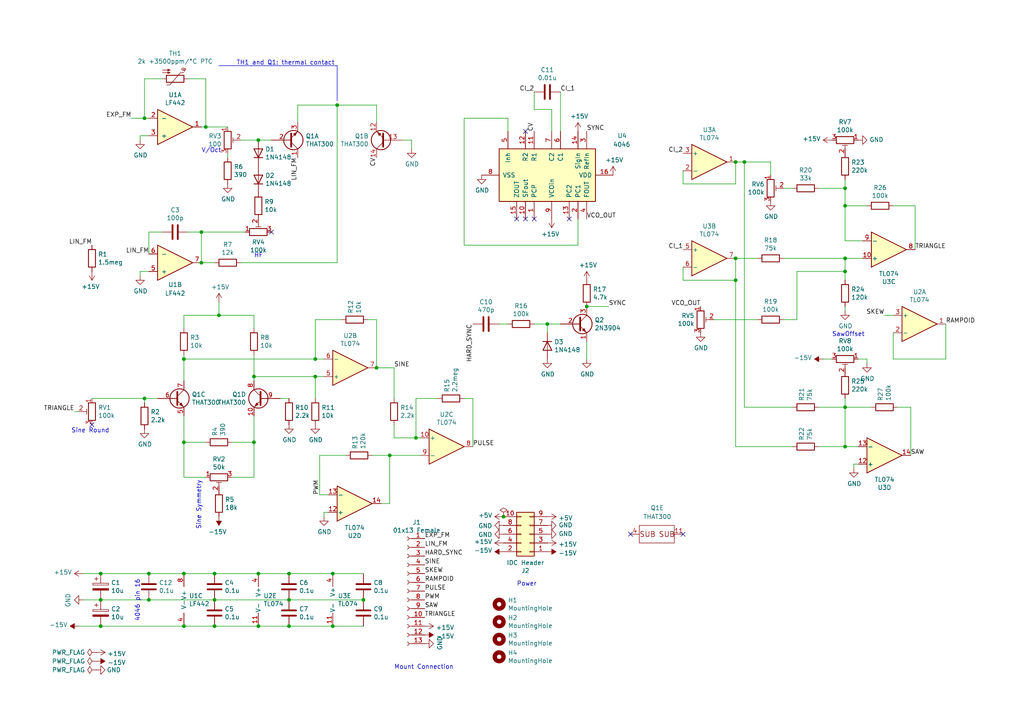
<source format=kicad_sch>
(kicad_sch (version 20230121) (generator eeschema)
  (paper "A4")
  (title_block (title "X4046") (date "2019-08-31") (rev "R01") (comment 1 "Original design by Thomas Henry") (comment 2 "Schema for main circuit") (comment 4 "License CC BY 4.0 - Attribution 4.0 International"))
  (lib_symbols
    (symbol "4xxx:4046" (pin_names (offset 1.016))
      (property "Reference" "U" (at -7.62 13.97 0))
      (property "Value" "4046" (at -7.62 -16.51 0))
      (symbol "4046_1_0"
        (pin output line (at 12.7 -5.08 180) (length 5.08) (name "PCP") (number "1"))
        (pin output line (at 12.7 -7.62 180) (length 5.08) (name "SFout") (number "10"))
        (pin input line (at -12.7 -5.08 0) (length 5.08) (name "R1") (number "11"))
        (pin input line (at -12.7 -7.62 0) (length 5.08) (name "R2") (number "12"))
        (pin tri_state line (at 12.7 5.08 180) (length 5.08) (name "PC2") (number "13"))
        (pin input line (at -12.7 7.62 0) (length 5.08) (name "SigIn") (number "14"))
        (pin output line (at 12.7 -10.16 180) (length 5.08) (name "ZOUT") (number "15"))
        (pin power_in line (at 0 17.78 270) (length 5.08) (name "VDD") (number "16"))
        (pin output line (at 12.7 7.62 180) (length 5.08) (name "PC1") (number "2"))
        (pin input line (at -12.7 10.16 0) (length 5.08) (name "RefIn") (number "3"))
        (pin output line (at 12.7 10.16 180) (length 5.08) (name "FOUT") (number "4"))
        (pin input line (at -12.7 -12.7 0) (length 5.08) (name "Inh") (number "5"))
        (pin input line (at -12.7 2.54 0) (length 5.08) (name "C1") (number "6"))
        (pin input line (at -12.7 0 0) (length 5.08) (name "C2") (number "7"))
        (pin power_in line (at 0 -20.32 90) (length 5.08) (name "VSS") (number "8"))
        (pin input line (at 12.7 0 180) (length 5.08) (name "VCOin") (number "9"))
      )
    )
    (symbol "Amplifier_Operational:TL074" (pin_names (offset 0.127))
      (property "Reference" "U" (at 0 5.08 0))
      (property "Value" "TL074" (at 0 -5.08 0))
      (symbol "TL074_1_1"
        (pin output line (at 7.62 0 180) (length 2.54) (name "~") (number "1"))
        (pin input line (at -7.62 -2.54 0) (length 2.54) (name "-") (number "2"))
        (pin input line (at -7.62 2.54 0) (length 2.54) (name "+") (number "3"))
      )
      (symbol "TL074_2_1"
        (pin input line (at -7.62 2.54 0) (length 2.54) (name "+") (number "5"))
        (pin input line (at -7.62 -2.54 0) (length 2.54) (name "-") (number "6"))
        (pin output line (at 7.62 0 180) (length 2.54) (name "~") (number "7"))
      )
      (symbol "TL074_3_1"
        (pin input line (at -7.62 2.54 0) (length 2.54) (name "+") (number "10"))
        (pin output line (at 7.62 0 180) (length 2.54) (name "~") (number "8"))
        (pin input line (at -7.62 -2.54 0) (length 2.54) (name "-") (number "9"))
      )
      (symbol "TL074_4_1"
        (pin input line (at -7.62 2.54 0) (length 2.54) (name "+") (number "12"))
        (pin input line (at -7.62 -2.54 0) (length 2.54) (name "-") (number "13"))
        (pin output line (at 7.62 0 180) (length 2.54) (name "~") (number "14"))
      )
      (symbol "TL074_5_1"
        (pin power_in line (at -2.54 -7.62 90) (length 3.81) (name "V-") (number "11"))
        (pin power_in line (at -2.54 7.62 270) (length 3.81) (name "V+") (number "4"))
      )
    )
    (symbol "Connector:Conn_01x13_Socket" (pin_names (offset 1.016) hide)
      (property "Reference" "J" (at 0 17.78 0))
      (property "Value" "Conn_01x13_Socket" (at 0 -17.78 0))
      (symbol "Conn_01x13_Socket_1_1"
        (pin passive line (at -5.08 15.24 0) (length 3.81) (name "Pin_1") (number "1"))
        (pin passive line (at -5.08 -7.62 0) (length 3.81) (name "Pin_10") (number "10"))
        (pin passive line (at -5.08 -10.16 0) (length 3.81) (name "Pin_11") (number "11"))
        (pin passive line (at -5.08 -12.7 0) (length 3.81) (name "Pin_12") (number "12"))
        (pin passive line (at -5.08 -15.24 0) (length 3.81) (name "Pin_13") (number "13"))
        (pin passive line (at -5.08 12.7 0) (length 3.81) (name "Pin_2") (number "2"))
        (pin passive line (at -5.08 10.16 0) (length 3.81) (name "Pin_3") (number "3"))
        (pin passive line (at -5.08 7.62 0) (length 3.81) (name "Pin_4") (number "4"))
        (pin passive line (at -5.08 5.08 0) (length 3.81) (name "Pin_5") (number "5"))
        (pin passive line (at -5.08 2.54 0) (length 3.81) (name "Pin_6") (number "6"))
        (pin passive line (at -5.08 0 0) (length 3.81) (name "Pin_7") (number "7"))
        (pin passive line (at -5.08 -2.54 0) (length 3.81) (name "Pin_8") (number "8"))
        (pin passive line (at -5.08 -5.08 0) (length 3.81) (name "Pin_9") (number "9"))
      )
    )
    (symbol "Connector_Generic:Conn_02x05_Odd_Even" (pin_names (offset 1.016) hide)
      (property "Reference" "J" (at 1.27 7.62 0))
      (property "Value" "Conn_02x05_Odd_Even" (at 1.27 -7.62 0))
      (symbol "Conn_02x05_Odd_Even_1_1"
        (pin passive line (at -5.08 5.08 0) (length 3.81) (name "Pin_1") (number "1"))
        (pin passive line (at 7.62 -5.08 180) (length 3.81) (name "Pin_10") (number "10"))
        (pin passive line (at 7.62 5.08 180) (length 3.81) (name "Pin_2") (number "2"))
        (pin passive line (at -5.08 2.54 0) (length 3.81) (name "Pin_3") (number "3"))
        (pin passive line (at 7.62 2.54 180) (length 3.81) (name "Pin_4") (number "4"))
        (pin passive line (at -5.08 0 0) (length 3.81) (name "Pin_5") (number "5"))
        (pin passive line (at 7.62 0 180) (length 3.81) (name "Pin_6") (number "6"))
        (pin passive line (at -5.08 -2.54 0) (length 3.81) (name "Pin_7") (number "7"))
        (pin passive line (at 7.62 -2.54 180) (length 3.81) (name "Pin_8") (number "8"))
        (pin passive line (at -5.08 -5.08 0) (length 3.81) (name "Pin_9") (number "9"))
      )
    )
    (symbol "Device:C" (pin_numbers hide) (pin_names (offset 0.254))
      (property "Reference" "C" (at 0.635 2.54 0))
      (property "Value" "C" (at 0.635 -2.54 0))
      (symbol "C_1_1"
        (pin passive line (at 0 3.81 270) (length 2.794) (name "~") (number "1"))
        (pin passive line (at 0 -3.81 90) (length 2.794) (name "~") (number "2"))
      )
    )
    (symbol "Device:C_Polarized" (pin_numbers hide) (pin_names (offset 0.254))
      (property "Reference" "C" (at 0.635 2.54 0))
      (property "Value" "C_Polarized" (at 0.635 -2.54 0))
      (symbol "C_Polarized_1_1"
        (pin passive line (at 0 3.81 270) (length 2.794) (name "~") (number "1"))
        (pin passive line (at 0 -3.81 90) (length 2.794) (name "~") (number "2"))
      )
    )
    (symbol "Device:D" (pin_numbers hide) (pin_names (offset 1.016) hide)
      (property "Reference" "D" (at 0 2.54 0))
      (property "Value" "D" (at 0 -2.54 0))
      (symbol "D_1_1"
        (pin passive line (at -3.81 0 0) (length 2.54) (name "K") (number "1"))
        (pin passive line (at 3.81 0 180) (length 2.54) (name "A") (number "2"))
      )
    )
    (symbol "Device:R" (pin_numbers hide) (pin_names (offset 0))
      (property "Reference" "R" (at 2.032 0 90))
      (property "Value" "R" (at 0 0 90))
      (symbol "R_1_1"
        (pin passive line (at 0 3.81 270) (length 1.27) (name "~") (number "1"))
        (pin passive line (at 0 -3.81 90) (length 1.27) (name "~") (number "2"))
      )
    )
    (symbol "Device:R_Potentiometer_Trim" (pin_names (offset 1.016) hide)
      (property "Reference" "RV" (at -4.445 0 90))
      (property "Value" "R_Potentiometer_Trim" (at -2.54 0 90))
      (symbol "R_Potentiometer_Trim_1_1"
        (pin passive line (at 0 3.81 270) (length 1.27) (name "1") (number "1"))
        (pin passive line (at 3.81 0 180) (length 1.27) (name "2") (number "2"))
        (pin passive line (at 0 -3.81 90) (length 1.27) (name "3") (number "3"))
      )
    )
    (symbol "Device:Thermistor_PTC" (pin_numbers hide) (pin_names (offset 0))
      (property "Reference" "TH" (at -4.064 0 90))
      (property "Value" "Thermistor_PTC" (at 3.048 0 90))
      (symbol "Thermistor_PTC_1_1"
        (pin passive line (at 0 3.81 270) (length 1.27) (name "~") (number "1"))
        (pin passive line (at 0 -3.81 90) (length 1.27) (name "~") (number "2"))
      )
    )
    (symbol "Mechanical:MountingHole" (pin_names (offset 1.016))
      (property "Reference" "H" (at 0 5.08 0))
      (property "Value" "MountingHole" (at 0 3.175 0))
    )
    (symbol "Transistor_BJT:2N3904" (pin_names (offset 0) hide)
      (property "Reference" "Q" (at 5.08 1.905 0))
      (property "Value" "2N3904" (at 5.08 0 0))
      (symbol "2N3904_1_1"
        (pin passive line (at 2.54 -5.08 90) (length 2.54) (name "E") (number "1"))
        (pin passive line (at -5.08 0 0) (length 5.715) (name "B") (number "2"))
        (pin passive line (at 2.54 5.08 270) (length 2.54) (name "C") (number "3"))
      )
    )
    (symbol "elektrophon:LF442" (pin_names (offset 1.016))
      (property "Reference" "U" (at 2.54 6.35 0))
      (property "Value" "LF442" (at 3.81 3.81 0))
      (symbol "LF442_1_1"
        (pin output line (at 8.89 0 180) (length 2.54) (name "~") (number "1"))
        (pin input line (at -6.35 -2.54 0) (length 2.54) (name "-") (number "2"))
        (pin input line (at -6.35 2.54 0) (length 2.54) (name "+") (number "3"))
      )
      (symbol "LF442_2_1"
        (pin input line (at -6.35 2.54 0) (length 2.54) (name "+") (number "5"))
        (pin input line (at -6.35 -2.54 0) (length 2.54) (name "-") (number "6"))
        (pin output line (at 8.89 0 180) (length 2.54) (name "~") (number "7"))
      )
      (symbol "LF442_3_1"
        (pin power_in line (at 0 -7.62 90) (length 3.81) (name "V-") (number "4"))
        (pin power_in line (at 0 7.62 270) (length 3.81) (name "V+") (number "8"))
      )
    )
    (symbol "elektrophon:THAT300" (pin_names (offset 0) hide)
      (property "Reference" "Q" (at 5.334 -5.08 0))
      (property "Value" "THAT300" (at 5.334 -6.858 0))
      (symbol "THAT300_1_1"
        (pin passive line (at 2.54 5.08 270) (length 2.54) (name "C") (number "1"))
        (pin input line (at -5.08 0 0) (length 5.715) (name "B") (number "2"))
        (pin passive line (at 2.54 -5.08 90) (length 2.54) (name "E") (number "3"))
      )
      (symbol "THAT300_2_1"
        (pin passive line (at 2.54 -5.08 90) (length 2.54) (name "E") (number "12"))
        (pin input line (at -5.08 0 0) (length 5.715) (name "B") (number "13"))
        (pin passive line (at 2.54 5.08 270) (length 2.54) (name "C") (number "14"))
      )
      (symbol "THAT300_3_1"
        (pin passive line (at 2.54 -5.08 90) (length 2.54) (name "E") (number "5"))
        (pin input line (at -5.08 0 0) (length 5.715) (name "B") (number "6"))
        (pin passive line (at 2.54 5.08 270) (length 2.54) (name "C") (number "7"))
      )
      (symbol "THAT300_4_1"
        (pin passive line (at 2.54 -5.08 90) (length 2.54) (name "E") (number "10"))
        (pin input line (at 2.54 5.08 270) (length 2.54) (name "~") (number "8"))
        (pin input line (at -5.08 0 0) (length 5.715) (name "B") (number "9"))
      )
      (symbol "THAT300_5_0"
        (text "SUB" (at -2.667 0 0) (effects (font (size 1.524 1.524))))
        (text "SUB" (at 2.921 0 0) (effects (font (size 1.524 1.524))))
      )
      (symbol "THAT300_5_1"
        (pin passive line (at 7.62 0 180) (length 2.54) (name "E") (number "11"))
        (pin input line (at -7.62 0 0) (length 2.54) (name "B") (number "4"))
      )
    )
    (symbol "power:+15V" (power) (pin_names (offset 0))
      (property "Value" "+15V" (at 0 3.556 0))
      (symbol "+15V_1_1"
        (pin power_in line (at 0 0 90) (length 0) hide (name "+15V") (number "1"))
      )
    )
    (symbol "power:+5V" (power) (pin_names (offset 0))
      (property "Value" "+5V" (at 0 3.556 0))
      (symbol "+5V_1_1"
        (pin power_in line (at 0 0 90) (length 0) hide (name "+5V") (number "1"))
      )
    )
    (symbol "power:-15V" (power) (pin_names (offset 0))
      (property "Value" "-15V" (at 0 3.81 0))
      (symbol "-15V_0_0"
        (pin power_in line (at 0 0 90) (length 0) hide (name "-15V") (number "1"))
      )
    )
    (symbol "power:GND" (power) (pin_names (offset 0))
      (property "Value" "GND" (at 0 -3.81 0))
      (symbol "GND_1_1"
        (pin power_in line (at 0 0 270) (length 0) hide (name "GND") (number "1"))
      )
    )
    (symbol "power:PWR_FLAG" (power) (pin_numbers hide) (pin_names (offset 0) hide)
      (property "Value" "PWR_FLAG" (at 0 3.81 0))
      (symbol "PWR_FLAG_0_0"
        (pin power_out line (at 0 0 90) (length 0) (name "pwr") (number "1"))
      )
    )
  )
  (junction (at 74.93 40.64))
  (junction (at 97.79 30.48))
  (junction (at 41.91 115.57))
  (junction (at 73.66 128.27))
  (junction (at 120.65 127))
  (junction (at 245.11 78.74))
  (junction (at 96.52 166.37))
  (junction (at 74.93 181.61))
  (junction (at 53.34 128.27))
  (junction (at 213.36 46.99))
  (junction (at 43.18 166.37))
  (junction (at 215.9 46.99))
  (junction (at 29.21 166.37))
  (junction (at 96.52 181.61))
  (junction (at 53.34 181.61))
  (junction (at 62.23 181.61))
  (junction (at 59.69 36.83))
  (junction (at 213.36 74.93))
  (junction (at 83.82 166.37))
  (junction (at 109.22 106.68))
  (junction (at 158.75 93.98))
  (junction (at 53.34 104.14))
  (junction (at 91.44 104.14))
  (junction (at 146.05 149.86))
  (junction (at 213.36 81.28))
  (junction (at 73.66 109.22))
  (junction (at 41.91 34.29))
  (junction (at 74.93 166.37))
  (junction (at 83.82 173.99))
  (junction (at 58.42 67.31))
  (junction (at 63.5 91.44))
  (junction (at 245.11 74.93))
  (junction (at 29.21 173.99))
  (junction (at 83.82 181.61))
  (junction (at 245.11 54.61))
  (junction (at 58.42 76.2))
  (junction (at 43.18 173.99))
  (junction (at 62.23 166.37))
  (junction (at 113.03 132.08))
  (junction (at 91.44 109.22))
  (junction (at 245.11 118.11))
  (junction (at 62.23 173.99))
  (junction (at 29.21 181.61))
  (junction (at 245.11 129.54))
  (junction (at 170.18 88.9))
  (junction (at 245.11 59.69))
  (junction (at 53.34 166.37))
  (junction (at 105.41 173.99))
  (no_connect (at 152.4 38.1))
  (no_connect (at 165.1 63.5))
  (no_connect (at 149.86 63.5))
  (no_connect (at 154.94 63.5))
  (no_connect (at 152.4 63.5))
  (no_connect (at 198.12 154.94))
  (no_connect (at 182.88 154.94))
  (no_connect (at 78.74 67.31))
  (no_connect (at 26.67 123.19))
  (wire (pts (xy 107.95 132.08) (xy 113.03 132.08)))
  (wire (pts (xy 22.86 181.61) (xy 29.21 181.61)))
  (wire (pts (xy 53.34 104.14) (xy 53.34 110.49)))
  (wire (pts (xy 43.18 173.99) (xy 62.23 173.99)))
  (wire (pts (xy 274.32 104.14) (xy 274.32 93.98)))
  (wire (pts (xy 96.52 181.61) (xy 105.41 181.61)))
  (wire (pts (xy 26.67 115.57) (xy 41.91 115.57)))
  (wire (pts (xy 215.9 46.99) (xy 223.52 46.99)))
  (wire (pts (xy 97.79 30.48) (xy 97.79 76.2)))
  (wire (pts (xy 29.21 181.61) (xy 53.34 181.61)))
  (wire (pts (xy 114.3 123.19) (xy 114.3 127)))
  (wire (pts (xy 43.18 34.29) (xy 41.91 34.29)))
  (wire (pts (xy 100.33 132.08) (xy 92.71 132.08)))
  (wire (pts (xy 43.18 166.37) (xy 53.34 166.37)))
  (wire (pts (xy 245.11 54.61) (xy 245.11 59.69)))
  (wire (pts (xy 229.87 54.61) (xy 227.33 54.61)))
  (wire (pts (xy 40.64 80.01) (xy 40.64 78.74)))
  (wire (pts (xy 53.34 95.25) (xy 53.34 91.44)))
  (wire (pts (xy 247.65 134.62) (xy 247.65 135.89)))
  (wire (pts (xy 59.69 128.27) (xy 53.34 128.27)))
  (wire (pts (xy 198.12 77.47) (xy 198.12 81.28)))
  (wire (pts (xy 119.38 40.64) (xy 119.38 43.18)))
  (wire (pts (xy 69.85 76.2) (xy 97.79 76.2)))
  (wire (pts (xy 53.34 102.87) (xy 53.34 104.14)))
  (wire (pts (xy 63.5 91.44) (xy 73.66 91.44)))
  (wire (pts (xy 21.59 119.38) (xy 22.86 119.38)))
  (wire (pts (xy 245.11 78.74) (xy 245.11 81.28)))
  (wire (pts (xy 259.08 96.52) (xy 259.08 104.14)))
  (wire (pts (xy 73.66 138.43) (xy 67.31 138.43)))
  (wire (pts (xy 237.49 129.54) (xy 245.11 129.54)))
  (wire (pts (xy 53.34 166.37) (xy 62.23 166.37)))
  (wire (pts (xy 265.43 59.69) (xy 265.43 72.39)))
  (wire (pts (xy 134.62 115.57) (xy 137.16 115.57)))
  (wire (pts (xy 73.66 109.22) (xy 73.66 110.49)))
  (wire (pts (xy 215.9 46.99) (xy 215.9 118.11)))
  (wire (pts (xy 83.82 173.99) (xy 62.23 173.99)))
  (wire (pts (xy 227.33 74.93) (xy 245.11 74.93)))
  (wire (pts (xy 120.65 127) (xy 121.92 127)))
  (wire (pts (xy 198.12 53.34) (xy 213.36 53.34)))
  (wire (pts (xy 245.11 129.54) (xy 248.92 129.54)))
  (wire (pts (xy 245.11 115.57) (xy 245.11 118.11)))
  (wire (pts (xy 219.71 92.71) (xy 207.01 92.71)))
  (polyline (pts (xy 97.79 19.05) (xy 97.79 29.21)))
  (wire (pts (xy 69.85 40.64) (xy 74.93 40.64)))
  (wire (pts (xy 24.13 173.99) (xy 29.21 173.99)))
  (wire (pts (xy 96.52 166.37) (xy 83.82 166.37)))
  (wire (pts (xy 91.44 92.71) (xy 91.44 104.14)))
  (wire (pts (xy 229.87 118.11) (xy 215.9 118.11)))
  (wire (pts (xy 29.21 166.37) (xy 43.18 166.37)))
  (wire (pts (xy 74.93 40.64) (xy 78.74 40.64)))
  (wire (pts (xy 229.87 129.54) (xy 213.36 129.54)))
  (wire (pts (xy 109.22 30.48) (xy 109.22 35.56)))
  (wire (pts (xy 106.68 92.71) (xy 109.22 92.71)))
  (wire (pts (xy 158.75 96.52) (xy 158.75 93.98)))
  (wire (pts (xy 41.91 115.57) (xy 45.72 115.57)))
  (wire (pts (xy 73.66 91.44) (xy 73.66 95.25)))
  (wire (pts (xy 213.36 53.34) (xy 213.36 46.99)))
  (wire (pts (xy 113.03 132.08) (xy 121.92 132.08)))
  (wire (pts (xy 93.98 104.14) (xy 91.44 104.14)))
  (polyline (pts (xy 63.5 19.05) (xy 97.79 19.05)))
  (wire (pts (xy 43.18 39.37) (xy 40.64 39.37)))
  (wire (pts (xy 144.78 93.98) (xy 147.32 93.98)))
  (wire (pts (xy 29.21 173.99) (xy 43.18 173.99)))
  (wire (pts (xy 58.42 36.83) (xy 59.69 36.83)))
  (wire (pts (xy 198.12 49.53) (xy 198.12 53.34)))
  (wire (pts (xy 245.11 118.11) (xy 245.11 129.54)))
  (wire (pts (xy 134.62 71.12) (xy 134.62 34.29)))
  (wire (pts (xy 73.66 120.65) (xy 73.66 128.27)))
  (wire (pts (xy 92.71 143.51) (xy 95.25 143.51)))
  (wire (pts (xy 43.18 67.31) (xy 43.18 73.66)))
  (wire (pts (xy 53.34 91.44) (xy 63.5 91.44)))
  (wire (pts (xy 59.69 36.83) (xy 66.04 36.83)))
  (wire (pts (xy 91.44 109.22) (xy 73.66 109.22)))
  (wire (pts (xy 53.34 128.27) (xy 53.34 120.65)))
  (wire (pts (xy 92.71 132.08) (xy 92.71 143.51)))
  (wire (pts (xy 231.14 92.71) (xy 231.14 78.74)))
  (wire (pts (xy 113.03 146.05) (xy 113.03 132.08)))
  (wire (pts (xy 86.36 30.48) (xy 97.79 30.48)))
  (wire (pts (xy 213.36 74.93) (xy 219.71 74.93)))
  (wire (pts (xy 114.3 115.57) (xy 114.3 106.68)))
  (wire (pts (xy 167.64 71.12) (xy 134.62 71.12)))
  (wire (pts (xy 24.13 166.37) (xy 29.21 166.37)))
  (wire (pts (xy 162.56 26.67) (xy 162.56 38.1)))
  (wire (pts (xy 248.92 134.62) (xy 247.65 134.62)))
  (wire (pts (xy 158.75 93.98) (xy 162.56 93.98)))
  (wire (pts (xy 59.69 22.86) (xy 59.69 36.83)))
  (wire (pts (xy 54.61 67.31) (xy 58.42 67.31)))
  (wire (pts (xy 213.36 81.28) (xy 213.36 129.54)))
  (wire (pts (xy 245.11 69.85) (xy 250.19 69.85)))
  (wire (pts (xy 97.79 30.48) (xy 109.22 30.48)))
  (wire (pts (xy 251.46 104.14) (xy 251.46 105.41)))
  (wire (pts (xy 54.61 22.86) (xy 59.69 22.86)))
  (wire (pts (xy 160.02 38.1) (xy 160.02 31.75)))
  (wire (pts (xy 93.98 109.22) (xy 91.44 109.22)))
  (wire (pts (xy 176.53 88.9) (xy 170.18 88.9)))
  (wire (pts (xy 241.3 104.14) (xy 238.76 104.14)))
  (wire (pts (xy 252.73 118.11) (xy 245.11 118.11)))
  (wire (pts (xy 256.54 91.44) (xy 259.08 91.44)))
  (wire (pts (xy 259.08 59.69) (xy 265.43 59.69)))
  (wire (pts (xy 110.49 146.05) (xy 113.03 146.05)))
  (wire (pts (xy 231.14 78.74) (xy 245.11 78.74)))
  (wire (pts (xy 245.11 90.17) (xy 245.11 88.9)))
  (wire (pts (xy 245.11 74.93) (xy 245.11 78.74)))
  (wire (pts (xy 59.69 138.43) (xy 53.34 138.43)))
  (wire (pts (xy 170.18 104.14) (xy 170.18 99.06)))
  (wire (pts (xy 63.5 87.63) (xy 63.5 91.44)))
  (wire (pts (xy 213.36 81.28) (xy 213.36 74.93)))
  (wire (pts (xy 227.33 92.71) (xy 231.14 92.71)))
  (wire (pts (xy 109.22 92.71) (xy 109.22 106.68)))
  (wire (pts (xy 167.64 63.5) (xy 167.64 71.12)))
  (wire (pts (xy 154.94 31.75) (xy 154.94 26.67)))
  (wire (pts (xy 91.44 115.57) (xy 91.44 109.22)))
  (wire (pts (xy 105.41 166.37) (xy 96.52 166.37)))
  (wire (pts (xy 74.93 166.37) (xy 62.23 166.37)))
  (wire (pts (xy 41.91 22.86) (xy 41.91 34.29)))
  (wire (pts (xy 264.16 118.11) (xy 264.16 132.08)))
  (wire (pts (xy 40.64 39.37) (xy 40.64 40.64)))
  (wire (pts (xy 154.94 93.98) (xy 158.75 93.98)))
  (wire (pts (xy 86.36 35.56) (xy 86.36 30.48)))
  (wire (pts (xy 53.34 138.43) (xy 53.34 128.27)))
  (wire (pts (xy 71.12 67.31) (xy 58.42 67.31)))
  (wire (pts (xy 259.08 104.14) (xy 274.32 104.14)))
  (wire (pts (xy 105.41 173.99) (xy 83.82 173.99)))
  (wire (pts (xy 127 115.57) (xy 120.65 115.57)))
  (wire (pts (xy 245.11 59.69) (xy 245.11 69.85)))
  (wire (pts (xy 245.11 52.07) (xy 245.11 54.61)))
  (wire (pts (xy 99.06 92.71) (xy 91.44 92.71)))
  (wire (pts (xy 91.44 104.14) (xy 53.34 104.14)))
  (wire (pts (xy 251.46 59.69) (xy 245.11 59.69)))
  (wire (pts (xy 93.98 148.59) (xy 93.98 149.86)))
  (wire (pts (xy 41.91 34.29) (xy 38.1 34.29)))
  (wire (pts (xy 67.31 128.27) (xy 73.66 128.27)))
  (wire (pts (xy 46.99 22.86) (xy 41.91 22.86)))
  (wire (pts (xy 58.42 67.31) (xy 58.42 76.2)))
  (wire (pts (xy 137.16 115.57) (xy 137.16 129.54)))
  (wire (pts (xy 58.42 76.2) (xy 62.23 76.2)))
  (wire (pts (xy 95.25 148.59) (xy 93.98 148.59)))
  (wire (pts (xy 62.23 181.61) (xy 74.93 181.61)))
  (wire (pts (xy 198.12 81.28) (xy 213.36 81.28)))
  (wire (pts (xy 53.34 181.61) (xy 62.23 181.61)))
  (wire (pts (xy 40.64 78.74) (xy 43.18 78.74)))
  (wire (pts (xy 66.04 45.72) (xy 66.04 44.45)))
  (wire (pts (xy 83.82 115.57) (xy 81.28 115.57)))
  (wire (pts (xy 46.99 67.31) (xy 43.18 67.31)))
  (wire (pts (xy 73.66 102.87) (xy 73.66 109.22)))
  (wire (pts (xy 245.11 118.11) (xy 237.49 118.11)))
  (wire (pts (xy 114.3 127) (xy 120.65 127)))
  (wire (pts (xy 223.52 46.99) (xy 223.52 50.8)))
  (wire (pts (xy 134.62 34.29) (xy 147.32 34.29)))
  (wire (pts (xy 260.35 118.11) (xy 264.16 118.11)))
  (wire (pts (xy 83.82 181.61) (xy 96.52 181.61)))
  (wire (pts (xy 114.3 106.68) (xy 109.22 106.68)))
  (wire (pts (xy 248.92 104.14) (xy 251.46 104.14)))
  (wire (pts (xy 147.32 34.29) (xy 147.32 38.1)))
  (wire (pts (xy 237.49 54.61) (xy 245.11 54.61)))
  (wire (pts (xy 213.36 46.99) (xy 215.9 46.99)))
  (wire (pts (xy 160.02 31.75) (xy 154.94 31.75)))
  (wire (pts (xy 83.82 166.37) (xy 74.93 166.37)))
  (wire (pts (xy 120.65 115.57) (xy 120.65 127)))
  (wire (pts (xy 245.11 74.93) (xy 250.19 74.93)))
  (wire (pts (xy 116.84 40.64) (xy 119.38 40.64)))
  (wire (pts (xy 73.66 128.27) (xy 73.66 138.43)))
  (wire (pts (xy 41.91 116.84) (xy 41.91 115.57)))
  (wire (pts (xy 74.93 181.61) (xy 83.82 181.61)))
  (text "Power" (at 149.86 170.18 0) (effects (font (size 1.27 1.27)) (justify left bottom)))
  (text "4046 pin 16" (at 40.64 180.34 90) (effects (font (size 1.27 1.27)) (justify left bottom)))
  (text "TH1 and Q1: thermal contact " (at 68.58 19.05 0) (effects (font (size 1.27 1.27)) (justify left bottom)))
  (text "SawOffset" (at 241.3 97.79 0) (effects (font (size 1.27 1.27)) (justify left bottom)))
  (text "Mount Connection" (at 114.3 194.31 0) (effects (font (size 1.27 1.27)) (justify left bottom)))
  (text "Sine Round" (at 31.75 125.73 0) (effects (font (size 1.27 1.27)) (justify right bottom)))
  (text "V/Oct" (at 58.42 44.45 0) (effects (font (size 1.27 1.27)) (justify left bottom)))
  (text "HF" (at 73.66 74.93 0) (effects (font (size 1.27 1.27)) (justify left bottom)))
  (text "Sine Symmetry" (at 58.42 153.67 90) (effects (font (size 1.27 1.27)) (justify left bottom)))
  (label "CI_2" (at 154.94 26.67 180))
  (label "LIN_FM" (at 26.67 71.12 180))
  (label "CI_1" (at 162.56 26.67 0))
  (label "VCO_OUT" (at 170.18 63.5 0))
  (label "SKEW" (at 256.54 91.44 180))
  (label "PULSE" (at 123.19 171.45 0))
  (label "HARD_SYNC" (at 137.16 93.98 270))
  (label "CI_2" (at 198.12 44.45 180))
  (label "TRIANGLE" (at 265.43 72.39 0))
  (label "SAW" (at 123.19 176.53 0))
  (label "TRIANGLE" (at 123.19 179.07 0))
  (label "HARD_SYNC" (at 123.19 161.29 0))
  (label "SKEW" (at 123.19 166.37 0))
  (label "LIN_FM" (at 86.36 45.72 270))
  (label "PULSE" (at 137.16 129.54 0))
  (label "CV" (at 154.94 38.1 90))
  (label "VCO_OUT" (at 203.2 88.9 180))
  (label "EXP_FM" (at 38.1 34.29 180))
  (label "CI_1" (at 198.12 72.39 180))
  (label "LIN_FM" (at 123.19 158.75 0))
  (label "RAMPOID" (at 274.32 93.98 0))
  (label "EXP_FM" (at 123.19 156.21 0))
  (label "SYNC" (at 176.53 88.9 0))
  (label "TRIANGLE" (at 21.59 119.38 180))
  (label "PWM" (at 123.19 173.99 0))
  (label "CV" (at 109.22 45.72 270))
  (label "SYNC" (at 170.18 38.1 0))
  (label "RAMPOID" (at 123.19 168.91 0))
  (label "LIN_FM" (at 43.18 73.66 180))
  (label "SINE" (at 114.3 106.68 0))
  (label "PWM" (at 92.71 143.51 90))
  (label "SAW" (at 264.16 132.08 0))
  (label "SINE" (at 123.19 163.83 0))
  (symbol (lib_id "Device:R_Potentiometer_Trim") (at 245.11 40.64 270) (unit 1)
    (property "Reference" "RV7" (at 245.11 35.3822 90))
    (property "Value" "100k" (at 245.11 37.6936 90))
    (property "Footprint" "Potentiometer_THT:Potentiometer_Bourns_3296Z_Horizontal" (effects hide))
  )
  (symbol (lib_id "Device:R") (at 245.11 48.26 180) (unit 1)
    (property "Reference" "R23" (at 246.888 47.0916 0) (effects (justify right)))
    (property "Value" "220k" (at 246.888 49.403 0) (effects (justify right)))
    (property "Footprint" "Resistor_THT:R_Axial_DIN0207_L6.3mm_D2.5mm_P10.16mm_Horizontal" (effects hide))
  )
  (symbol (lib_id "Device:R_Potentiometer_Trim") (at 223.52 54.61 0) (unit 1)
    (property "Reference" "RV6" (at 221.742 53.4416 0) (effects (justify right)))
    (property "Value" "100k" (at 221.742 55.753 0) (effects (justify right)))
    (property "Footprint" "Potentiometer_THT:Potentiometer_Bourns_3296Z_Horizontal" (effects hide))
  )
  (symbol (lib_id "Device:R") (at 233.68 54.61 90) (unit 1)
    (property "Reference" "R20" (at 233.68 49.3522 90))
    (property "Value" "33k" (at 233.68 51.6636 90))
    (property "Footprint" "Resistor_THT:R_Axial_DIN0207_L6.3mm_D2.5mm_P10.16mm_Horizontal" (effects hide))
  )
  (symbol (lib_id "Device:R_Potentiometer_Trim") (at 203.2 92.71 0) (unit 1)
    (property "Reference" "RV5" (at 201.422 91.5416 0) (effects (justify right)))
    (property "Value" "100k" (at 201.422 93.853 0) (effects (justify right)))
    (property "Footprint" "Potentiometer_THT:Potentiometer_Bourns_3296Z_Horizontal" (effects hide))
  )
  (symbol (lib_id "Device:R") (at 255.27 59.69 90) (unit 1)
    (property "Reference" "R26" (at 255.27 54.4322 90))
    (property "Value" "100k" (at 255.27 56.7436 90))
    (property "Footprint" "Resistor_THT:R_Axial_DIN0207_L6.3mm_D2.5mm_P2.54mm_Vertical" (effects hide))
  )
  (symbol (lib_id "power:GND") (at 203.2 96.52 0) (unit 1)
    (property "Reference" "#PWR038" (effects hide))
    (property "Value" "GND" (at 203.327 100.9142 0))
  )
  (symbol (lib_id "power:GND") (at 245.11 90.17 0) (unit 1)
    (property "Reference" "#PWR042" (effects hide))
    (property "Value" "GND" (at 245.237 94.5642 0))
  )
  (symbol (lib_id "Device:R") (at 245.11 85.09 180) (unit 1)
    (property "Reference" "R24" (at 246.888 83.9216 0) (effects (justify right)))
    (property "Value" "120k" (at 246.888 86.233 0) (effects (justify right)))
    (property "Footprint" "Resistor_THT:R_Axial_DIN0207_L6.3mm_D2.5mm_P10.16mm_Horizontal" (effects hide))
  )
  (symbol (lib_id "Device:R") (at 223.52 92.71 90) (unit 1)
    (property "Reference" "R19" (at 223.52 87.4522 90))
    (property "Value" "100k" (at 223.52 89.7636 90))
    (property "Footprint" "Resistor_THT:R_Axial_DIN0207_L6.3mm_D2.5mm_P10.16mm_Horizontal" (effects hide))
  )
  (symbol (lib_id "Device:R") (at 223.52 74.93 90) (unit 1)
    (property "Reference" "R18" (at 223.52 69.6722 90))
    (property "Value" "75k" (at 223.52 71.9836 90))
    (property "Footprint" "Resistor_THT:R_Axial_DIN0207_L6.3mm_D2.5mm_P10.16mm_Horizontal" (effects hide))
  )
  (symbol (lib_id "power:GND") (at 223.52 58.42 0) (unit 1)
    (property "Reference" "#PWR039" (effects hide))
    (property "Value" "GND" (at 223.647 62.8142 0))
  )
  (symbol (lib_id "power:GND") (at 248.92 40.64 90) (unit 1)
    (property "Reference" "#PWR044" (effects hide))
    (property "Value" "GND" (at 252.1712 40.513 90) (effects (justify right)))
  )
  (symbol (lib_id "power:+15V") (at 241.3 40.64 90) (unit 1)
    (property "Reference" "#PWR041" (effects hide))
    (property "Value" "+15V" (at 238.0488 40.259 90) (effects (justify left)))
  )
  (symbol (lib_id "Amplifier_Operational:TL074") (at 266.7 93.98 0) (unit 1)
    (property "Reference" "U2" (at 266.7 84.6582 0))
    (property "Value" "TL074" (at 266.7 86.9696 0))
    (property "Footprint" "Package_DIP:DIP-14_W7.62mm_Socket" (effects hide))
    (property "Datasheet" "http://www.ti.com/lit/ds/symlink/tl071.pdf" (effects hide))
  )
  (symbol (lib_id "Amplifier_Operational:TL074") (at 205.74 74.93 0) (unit 2)
    (property "Reference" "U3" (at 205.74 65.6082 0))
    (property "Value" "TL074" (at 205.74 67.9196 0))
    (property "Footprint" "Package_DIP:DIP-14_W7.62mm_Socket" (effects hide))
    (property "Datasheet" "http://www.ti.com/lit/ds/symlink/tl071.pdf" (effects hide))
  )
  (symbol (lib_id "Amplifier_Operational:TL074") (at 257.81 72.39 0) (mirror x) (unit 3)
    (property "Reference" "U3" (at 257.81 81.7118 0))
    (property "Value" "TL074" (at 257.81 79.4004 0))
    (property "Footprint" "Package_DIP:DIP-14_W7.62mm_Socket" (effects hide))
    (property "Datasheet" "http://www.ti.com/lit/ds/symlink/tl071.pdf" (effects hide))
  )
  (symbol (lib_id "Amplifier_Operational:TL074") (at 256.54 132.08 0) (mirror x) (unit 4)
    (property "Reference" "U3" (at 256.54 141.4018 0))
    (property "Value" "TL074" (at 256.54 139.0904 0))
    (property "Footprint" "Package_DIP:DIP-14_W7.62mm_Socket" (effects hide))
    (property "Datasheet" "http://www.ti.com/lit/ds/symlink/tl071.pdf" (effects hide))
  )
  (symbol (lib_id "Amplifier_Operational:TL074") (at 77.47 173.99 0) (unit 5)
    (property "Reference" "U2" (at 76.4032 172.8216 0) (effects (justify left)))
    (property "Value" "TL074" (at 76.4032 175.133 0) (effects (justify left)))
    (property "Footprint" "Package_DIP:DIP-14_W7.62mm_Socket" (effects hide))
    (property "Datasheet" "http://www.ti.com/lit/ds/symlink/tl071.pdf" (effects hide))
  )
  (symbol (lib_id "Device:R_Potentiometer_Trim") (at 245.11 104.14 270) (unit 1)
    (property "Reference" "RV8" (at 245.11 98.8822 90))
    (property "Value" "100k" (at 245.11 101.1936 90))
    (property "Footprint" "Potentiometer_THT:Potentiometer_Bourns_3296Z_Horizontal" (effects hide))
  )
  (symbol (lib_id "power:-15V") (at 238.76 104.14 90) (unit 1)
    (property "Reference" "#PWR040" (effects hide))
    (property "Value" "-15V" (at 235.5088 103.759 90) (effects (justify left)))
  )
  (symbol (lib_id "power:GND") (at 251.46 105.41 0) (unit 1)
    (property "Reference" "#PWR045" (effects hide))
    (property "Value" "GND" (at 251.587 109.8042 0))
  )
  (symbol (lib_id "Device:R") (at 245.11 111.76 180) (unit 1)
    (property "Reference" "R25" (at 246.888 110.5916 0) (effects (justify right)))
    (property "Value" "220k" (at 246.888 112.903 0) (effects (justify right)))
    (property "Footprint" "Resistor_THT:R_Axial_DIN0207_L6.3mm_D2.5mm_P10.16mm_Horizontal" (effects hide))
  )
  (symbol (lib_id "Device:R") (at 256.54 118.11 270) (unit 1)
    (property "Reference" "R27" (at 255.3716 116.332 0) (effects (justify right)))
    (property "Value" "100k" (at 257.683 116.332 0) (effects (justify right)))
    (property "Footprint" "Resistor_THT:R_Axial_DIN0207_L6.3mm_D2.5mm_P2.54mm_Vertical" (effects hide))
  )
  (symbol (lib_id "power:GND") (at 247.65 135.89 0) (unit 1)
    (property "Reference" "#PWR043" (effects hide))
    (property "Value" "GND" (at 247.777 140.2842 0))
  )
  (symbol (lib_id "Device:R") (at 233.68 129.54 270) (unit 1)
    (property "Reference" "R22" (at 232.5116 127.762 0) (effects (justify right)))
    (property "Value" "75k" (at 234.823 127.762 0) (effects (justify right)))
    (property "Footprint" "Resistor_THT:R_Axial_DIN0207_L6.3mm_D2.5mm_P10.16mm_Horizontal" (effects hide))
  )
  (symbol (lib_id "Device:R") (at 233.68 118.11 270) (unit 1)
    (property "Reference" "R21" (at 232.5116 116.332 0) (effects (justify right)))
    (property "Value" "75k" (at 234.823 116.332 0) (effects (justify right)))
    (property "Footprint" "Resistor_THT:R_Axial_DIN0207_L6.3mm_D2.5mm_P10.16mm_Horizontal" (effects hide))
  )
  (symbol (lib_id "Amplifier_Operational:TL074") (at 205.74 46.99 0) (unit 1)
    (property "Reference" "U3" (at 205.74 37.6682 0))
    (property "Value" "TL074" (at 205.74 39.9796 0))
    (property "Footprint" "Package_DIP:DIP-14_W7.62mm_Socket" (effects hide))
    (property "Datasheet" "http://www.ti.com/lit/ds/symlink/tl071.pdf" (effects hide))
  )
  (symbol (lib_id "Device:R_Potentiometer_Trim") (at 63.5 138.43 90) (mirror x) (unit 1)
    (property "Reference" "RV2" (at 63.5 133.1722 90))
    (property "Value" "50k" (at 63.5 135.4836 90))
    (property "Footprint" "Potentiometer_THT:Potentiometer_Bourns_3296Z_Horizontal" (effects hide))
  )
  (symbol (lib_id "power:-15V") (at 63.5 149.86 180) (unit 1)
    (property "Reference" "#PWR012" (effects hide))
    (property "Value" "-15V" (at 63.119 154.2542 0))
  )
  (symbol (lib_id "Device:R") (at 63.5 128.27 270) (unit 1)
    (property "Reference" "R4" (at 62.3316 126.492 0) (effects (justify right)))
    (property "Value" "390" (at 64.643 126.492 0) (effects (justify right)))
    (property "Footprint" "Resistor_THT:R_Axial_DIN0207_L6.3mm_D2.5mm_P10.16mm_Horizontal" (effects hide))
  )
  (symbol (lib_id "power:GND") (at 41.91 124.46 0) (unit 1)
    (property "Reference" "#PWR010" (effects hide))
    (property "Value" "GND" (at 42.037 128.8542 0))
  )
  (symbol (lib_id "Device:R") (at 41.91 120.65 180) (unit 1)
    (property "Reference" "R2" (at 43.688 119.4816 0) (effects (justify right)))
    (property "Value" "2.2k" (at 43.688 121.793 0) (effects (justify right)))
    (property "Footprint" "Resistor_THT:R_Axial_DIN0207_L6.3mm_D2.5mm_P10.16mm_Horizontal" (effects hide))
  )
  (symbol (lib_id "Device:R_Potentiometer_Trim") (at 26.67 119.38 0) (mirror y) (unit 1)
    (property "Reference" "RV1" (at 28.448 118.2116 0) (effects (justify right)))
    (property "Value" "100k" (at 28.448 120.523 0) (effects (justify right)))
    (property "Footprint" "Potentiometer_THT:Potentiometer_Bourns_3296Z_Horizontal" (effects hide))
  )
  (symbol (lib_id "power:+15V") (at 63.5 87.63 0) (unit 1)
    (property "Reference" "#PWR011" (effects hide))
    (property "Value" "+15V" (at 63.881 83.2358 0))
  )
  (symbol (lib_id "Device:R") (at 53.34 99.06 180) (unit 1)
    (property "Reference" "R3" (at 55.118 97.8916 0) (effects (justify right)))
    (property "Value" "10k" (at 55.118 100.203 0) (effects (justify right)))
    (property "Footprint" "Resistor_THT:R_Axial_DIN0207_L6.3mm_D2.5mm_P10.16mm_Horizontal" (effects hide))
  )
  (symbol (lib_id "Device:R") (at 73.66 99.06 180) (unit 1)
    (property "Reference" "R8" (at 75.438 97.8916 0) (effects (justify right)))
    (property "Value" "10k" (at 75.438 100.203 0) (effects (justify right)))
    (property "Footprint" "Resistor_THT:R_Axial_DIN0207_L6.3mm_D2.5mm_P10.16mm_Horizontal" (effects hide))
  )
  (symbol (lib_id "power:GND") (at 83.82 123.19 0) (unit 1)
    (property "Reference" "#PWR014" (effects hide))
    (property "Value" "GND" (at 83.947 127.5842 0))
  )
  (symbol (lib_id "Device:R") (at 83.82 119.38 180) (unit 1)
    (property "Reference" "R10" (at 85.598 118.2116 0) (effects (justify right)))
    (property "Value" "2.2k" (at 85.598 120.523 0) (effects (justify right)))
    (property "Footprint" "Resistor_THT:R_Axial_DIN0207_L6.3mm_D2.5mm_P10.16mm_Horizontal" (effects hide))
  )
  (symbol (lib_id "Amplifier_Operational:TL074") (at 101.6 106.68 0) (mirror x) (unit 2)
    (property "Reference" "U2" (at 101.6 97.3582 0))
    (property "Value" "TL074" (at 101.6 99.6696 0))
    (property "Footprint" "Package_DIP:DIP-14_W7.62mm_Socket" (effects hide))
    (property "Datasheet" "http://www.ti.com/lit/ds/symlink/tl071.pdf" (effects hide))
  )
  (symbol (lib_id "power:GND") (at 91.44 123.19 0) (unit 1)
    (property "Reference" "#PWR015" (effects hide))
    (property "Value" "GND" (at 91.567 127.5842 0))
  )
  (symbol (lib_id "Device:R") (at 91.44 119.38 180) (unit 1)
    (property "Reference" "R11" (at 93.218 118.2116 0) (effects (justify right)))
    (property "Value" "10k" (at 93.218 120.523 0) (effects (justify right)))
    (property "Footprint" "Resistor_THT:R_Axial_DIN0207_L6.3mm_D2.5mm_P10.16mm_Horizontal" (effects hide))
  )
  (symbol (lib_id "Device:R") (at 102.87 92.71 270) (unit 1)
    (property "Reference" "R12" (at 101.7016 90.932 0) (effects (justify right)))
    (property "Value" "10k" (at 104.013 90.932 0) (effects (justify right)))
    (property "Footprint" "Resistor_THT:R_Axial_DIN0207_L6.3mm_D2.5mm_P2.54mm_Vertical" (effects hide))
  )
  (symbol (lib_id "Amplifier_Operational:TL074") (at 129.54 129.54 0) (unit 3)
    (property "Reference" "U2" (at 129.54 120.2182 0))
    (property "Value" "TL074" (at 129.54 122.5296 0))
    (property "Footprint" "Package_DIP:DIP-14_W7.62mm_Socket" (effects hide))
    (property "Datasheet" "http://www.ti.com/lit/ds/symlink/tl071.pdf" (effects hide))
  )
  (symbol (lib_id "Device:R") (at 114.3 119.38 180) (unit 1)
    (property "Reference" "R14" (at 116.078 118.2116 0) (effects (justify right)))
    (property "Value" "2.2k" (at 116.078 120.523 0) (effects (justify right)))
    (property "Footprint" "Resistor_THT:R_Axial_DIN0207_L6.3mm_D2.5mm_P10.16mm_Horizontal" (effects hide))
  )
  (symbol (lib_id "Device:R") (at 130.81 115.57 270) (unit 1)
    (property "Reference" "R15" (at 129.6416 113.792 0) (effects (justify right)))
    (property "Value" "2.2meg" (at 131.953 113.792 0) (effects (justify right)))
    (property "Footprint" "Resistor_THT:R_Axial_DIN0207_L6.3mm_D2.5mm_P2.54mm_Vertical" (effects hide))
  )
  (symbol (lib_id "Amplifier_Operational:TL074") (at 102.87 146.05 0) (mirror x) (unit 4)
    (property "Reference" "U2" (at 102.87 155.3718 0))
    (property "Value" "TL074" (at 102.87 153.0604 0))
    (property "Footprint" "Package_DIP:DIP-14_W7.62mm_Socket" (effects hide))
    (property "Datasheet" "http://www.ti.com/lit/ds/symlink/tl071.pdf" (effects hide))
  )
  (symbol (lib_id "Amplifier_Operational:TL074") (at 99.06 173.99 0) (unit 5)
    (property "Reference" "U3" (at 97.9932 172.8216 0) (effects (justify left)))
    (property "Value" "TL074" (at 97.9932 175.133 0) (effects (justify left)))
    (property "Footprint" "Package_DIP:DIP-14_W7.62mm_Socket" (effects hide))
    (property "Datasheet" "http://www.ti.com/lit/ds/symlink/tl071.pdf" (effects hide))
  )
  (symbol (lib_id "Device:R") (at 104.14 132.08 270) (unit 1)
    (property "Reference" "R13" (at 102.9716 130.302 0) (effects (justify right)))
    (property "Value" "120k" (at 105.283 130.302 0) (effects (justify right)))
    (property "Footprint" "Resistor_THT:R_Axial_DIN0207_L6.3mm_D2.5mm_P2.54mm_Vertical" (effects hide))
  )
  (symbol (lib_id "power:GND") (at 93.98 149.86 0) (unit 1)
    (property "Reference" "#PWR016" (effects hide))
    (property "Value" "GND" (at 94.107 154.2542 0))
  )
  (symbol (lib_id "power:GND") (at 40.64 40.64 0) (unit 1)
    (property "Reference" "#PWR08" (effects hide))
    (property "Value" "GND" (at 40.767 45.0342 0))
  )
  (symbol (lib_id "power:GND") (at 119.38 43.18 0) (unit 1)
    (property "Reference" "#PWR017" (effects hide))
    (property "Value" "GND" (at 119.507 47.5742 0))
  )
  (symbol (lib_id "Device:R_Potentiometer_Trim") (at 66.04 40.64 0) (unit 1)
    (property "Reference" "RV3" (at 64.262 39.4716 0) (effects (justify right)))
    (property "Value" "100" (at 64.262 41.783 0) (effects (justify right)))
    (property "Footprint" "Potentiometer_THT:Potentiometer_Bourns_3296Z_Horizontal" (effects hide))
  )
  (symbol (lib_id "Device:R") (at 66.04 49.53 0) (unit 1)
    (property "Reference" "R6" (at 67.818 48.3616 0) (effects (justify left)))
    (property "Value" "390" (at 67.818 50.673 0) (effects (justify left)))
    (property "Footprint" "Resistor_THT:R_Axial_DIN0207_L6.3mm_D2.5mm_P10.16mm_Horizontal" (effects hide))
  )
  (symbol (lib_id "power:GND") (at 66.04 53.34 0) (unit 1)
    (property "Reference" "#PWR013" (effects hide))
    (property "Value" "GND" (at 66.167 57.7342 0))
  )
  (symbol (lib_id "Device:D") (at 74.93 44.45 90) (unit 1)
    (property "Reference" "D1" (at 76.9366 43.2816 90) (effects (justify right)))
    (property "Value" "1N4148" (at 76.9366 45.593 90) (effects (justify right)))
    (property "Footprint" "Diode_THT:D_DO-35_SOD27_P7.62mm_Horizontal" (effects hide))
  )
  (symbol (lib_id "Device:D") (at 74.93 52.07 90) (unit 1)
    (property "Reference" "D2" (at 76.9366 50.9016 90) (effects (justify right)))
    (property "Value" "1N4148" (at 76.9366 53.213 90) (effects (justify right)))
    (property "Footprint" "Diode_THT:D_DO-35_SOD27_P7.62mm_Horizontal" (effects hide))
  )
  (symbol (lib_id "Device:C") (at 50.8 67.31 270) (unit 1)
    (property "Reference" "C3" (at 50.8 60.9092 90))
    (property "Value" "100p" (at 50.8 63.2206 90))
    (property "Footprint" "Capacitor_THT:C_Disc_D3.4mm_W2.1mm_P2.50mm" (effects hide))
  )
  (symbol (lib_id "Device:R") (at 26.67 74.93 0) (unit 1)
    (property "Reference" "R1" (at 28.448 73.7616 0) (effects (justify left)))
    (property "Value" "1.5meg" (at 28.448 76.073 0) (effects (justify left)))
    (property "Footprint" "Resistor_THT:R_Axial_DIN0207_L6.3mm_D2.5mm_P10.16mm_Horizontal" (effects hide))
  )
  (symbol (lib_id "power:+15V") (at 26.67 78.74 180) (unit 1)
    (property "Reference" "#PWR01" (effects hide))
    (property "Value" "+15V" (at 26.289 83.1342 0))
  )
  (symbol (lib_id "power:GND") (at 40.64 80.01 0) (unit 1)
    (property "Reference" "#PWR09" (effects hide))
    (property "Value" "GND" (at 40.767 84.4042 0))
  )
  (symbol (lib_id "Device:R_Potentiometer_Trim") (at 74.93 67.31 90) (unit 1)
    (property "Reference" "RV4" (at 74.93 70.231 90))
    (property "Value" "100k" (at 74.93 72.5424 90))
    (property "Footprint" "Potentiometer_THT:Potentiometer_Bourns_3296Z_Horizontal" (effects hide))
  )
  (symbol (lib_id "Device:R") (at 66.04 76.2 270) (unit 1)
    (property "Reference" "R7" (at 66.04 70.9422 90))
    (property "Value" "12k" (at 66.04 73.2536 90))
    (property "Footprint" "Resistor_THT:R_Axial_DIN0207_L6.3mm_D2.5mm_P10.16mm_Horizontal" (effects hide))
  )
  (symbol (lib_id "4xxx:4046") (at 160.02 50.8 270) (unit 1)
    (property "Reference" "U4" (at 179.07 39.37 90) (effects (justify left)))
    (property "Value" "4046" (at 177.8 41.91 90) (effects (justify left)))
    (property "Footprint" "Package_DIP:DIP-16_W7.62mm_Socket" (effects hide))
    (property "Datasheet" "https://assets.nexperia.com/documents/data-sheet/HEF4046B.pdf" (effects hide))
  )
  (symbol (lib_id "power:GND") (at 139.7 50.8 0) (unit 1)
    (property "Reference" "#PWR021" (effects hide))
    (property "Value" "GND" (at 139.827 55.1942 0))
  )
  (symbol (lib_id "power:+15V") (at 160.02 63.5 180) (unit 1)
    (property "Reference" "#PWR028" (effects hide))
    (property "Value" "+15V" (at 159.639 67.8942 0))
  )
  (symbol (lib_id "power:+15V") (at 167.64 38.1 0) (unit 1)
    (property "Reference" "#PWR034" (effects hide))
    (property "Value" "+15V" (at 168.021 33.7058 0))
  )
  (symbol (lib_id "power:+15V") (at 177.8 50.8 0) (unit 1)
    (property "Reference" "#PWR037" (effects hide))
    (property "Value" "+15V" (at 178.181 46.4058 0))
  )
  (symbol (lib_id "Device:C") (at 140.97 93.98 270) (unit 1)
    (property "Reference" "C10" (at 140.97 87.5792 90))
    (property "Value" "470p" (at 140.97 89.8906 90))
    (property "Footprint" "Capacitor_THT:C_Disc_D3.4mm_W2.1mm_P2.50mm" (effects hide))
  )
  (symbol (lib_id "Device:R") (at 151.13 93.98 270) (unit 1)
    (property "Reference" "R16" (at 151.13 88.7222 90))
    (property "Value" "100k" (at 151.13 91.0336 90))
    (property "Footprint" "Resistor_THT:R_Axial_DIN0207_L6.3mm_D2.5mm_P10.16mm_Horizontal" (effects hide))
  )
  (symbol (lib_id "Device:D") (at 158.75 100.33 270) (unit 1)
    (property "Reference" "D3" (at 160.7566 99.1616 90) (effects (justify left)))
    (property "Value" "1N4148" (at 160.7566 101.473 90) (effects (justify left)))
    (property "Footprint" "Diode_THT:D_DO-35_SOD27_P7.62mm_Horizontal" (effects hide))
  )
  (symbol (lib_id "Transistor_BJT:2N3904") (at 167.64 93.98 0) (unit 1)
    (property "Reference" "Q2" (at 172.466 92.8116 0) (effects (justify left)))
    (property "Value" "2N3904" (at 172.466 95.123 0) (effects (justify left)))
    (property "Footprint" "Package_TO_SOT_THT:TO-92_Inline_Wide" (effects hide))
    (property "Datasheet" "https://www.fairchildsemi.com/datasheets/2N/2N3904.pdf" (effects hide))
  )
  (symbol (lib_id "power:GND") (at 158.75 104.14 0) (unit 1)
    (property "Reference" "#PWR027" (effects hide))
    (property "Value" "GND" (at 158.877 108.5342 0))
  )
  (symbol (lib_id "power:GND") (at 170.18 104.14 0) (unit 1)
    (property "Reference" "#PWR036" (effects hide))
    (property "Value" "GND" (at 170.307 108.5342 0))
  )
  (symbol (lib_id "Device:R") (at 170.18 85.09 0) (unit 1)
    (property "Reference" "R17" (at 171.958 83.9216 0) (effects (justify left)))
    (property "Value" "4.7k" (at 171.958 86.233 0) (effects (justify left)))
    (property "Footprint" "Resistor_THT:R_Axial_DIN0207_L6.3mm_D2.5mm_P10.16mm_Horizontal" (effects hide))
  )
  (symbol (lib_id "power:+15V") (at 170.18 81.28 0) (unit 1)
    (property "Reference" "#PWR035" (effects hide))
    (property "Value" "+15V" (at 170.561 76.8858 0))
  )
  (symbol (lib_id "Device:C") (at 158.75 26.67 90) (unit 1)
    (property "Reference" "C11" (at 158.75 20.2692 90))
    (property "Value" "0.01u" (at 158.75 22.5806 90))
    (property "Footprint" "Capacitor_THT:C_Rect_L4.6mm_W3.0mm_P2.50mm_MKS02_FKP02" (effects hide))
  )
  (symbol (lib_id "Device:R") (at 74.93 59.69 0) (unit 1)
    (property "Reference" "R9" (at 76.708 58.5216 0) (effects (justify left)))
    (property "Value" "10k" (at 76.708 60.833 0) (effects (justify left)))
    (property "Footprint" "Resistor_THT:R_Axial_DIN0207_L6.3mm_D2.5mm_P10.16mm_Horizontal" (effects hide))
  )
  (symbol (lib_id "power:+15V") (at 24.13 166.37 90) (unit 1)
    (property "Reference" "#PWR06" (effects hide))
    (property "Value" "+15V" (at 20.8788 165.989 90) (effects (justify left)))
  )
  (symbol (lib_id "Device:C_Polarized") (at 29.21 170.18 0) (unit 1)
    (property "Reference" "C1" (at 32.2072 169.0116 0) (effects (justify left)))
    (property "Value" "10u" (at 32.2072 171.323 0) (effects (justify left)))
    (property "Footprint" "Capacitor_THT:CP_Radial_D5.0mm_P2.50mm" (effects hide))
  )
  (symbol (lib_id "Device:C_Polarized") (at 29.21 177.8 0) (unit 1)
    (property "Reference" "C2" (at 32.2072 176.6316 0) (effects (justify left)))
    (property "Value" "10u" (at 32.2072 178.943 0) (effects (justify left)))
    (property "Footprint" "Capacitor_THT:CP_Radial_D5.0mm_P2.50mm" (effects hide))
  )
  (symbol (lib_id "power:GND") (at 24.13 173.99 270) (unit 1)
    (property "Reference" "#PWR07" (effects hide))
    (property "Value" "GND" (at 19.7358 174.117 0))
  )
  (symbol (lib_id "Device:C") (at 62.23 170.18 0) (unit 1)
    (property "Reference" "C4" (at 65.151 169.0116 0) (effects (justify left)))
    (property "Value" "0.1u" (at 65.151 171.323 0) (effects (justify left)))
    (property "Footprint" "Capacitor_THT:C_Disc_D3.4mm_W2.1mm_P2.50mm" (effects hide))
  )
  (symbol (lib_id "Device:C") (at 62.23 177.8 0) (unit 1)
    (property "Reference" "C5" (at 65.151 176.6316 0) (effects (justify left)))
    (property "Value" "0.1u" (at 65.151 178.943 0) (effects (justify left)))
    (property "Footprint" "Capacitor_THT:C_Disc_D3.4mm_W2.1mm_P2.50mm" (effects hide))
  )
  (symbol (lib_id "Device:C") (at 83.82 170.18 0) (unit 1)
    (property "Reference" "C6" (at 86.741 169.0116 0) (effects (justify left)))
    (property "Value" "0.1u" (at 86.741 171.323 0) (effects (justify left)))
    (property "Footprint" "Capacitor_THT:C_Disc_D3.4mm_W2.1mm_P2.50mm" (effects hide))
  )
  (symbol (lib_id "Device:C") (at 83.82 177.8 0) (unit 1)
    (property "Reference" "C7" (at 86.741 176.6316 0) (effects (justify left)))
    (property "Value" "0.1u" (at 86.741 178.943 0) (effects (justify left)))
    (property "Footprint" "Capacitor_THT:C_Disc_D3.4mm_W2.1mm_P2.50mm" (effects hide))
  )
  (symbol (lib_id "Device:C") (at 105.41 170.18 0) (unit 1)
    (property "Reference" "C8" (at 108.331 169.0116 0) (effects (justify left)))
    (property "Value" "0.1u" (at 108.331 171.323 0) (effects (justify left)))
    (property "Footprint" "Capacitor_THT:C_Disc_D3.4mm_W2.1mm_P2.50mm" (effects hide))
  )
  (symbol (lib_id "Device:C") (at 105.41 177.8 0) (unit 1)
    (property "Reference" "C9" (at 108.331 176.6316 0) (effects (justify left)))
    (property "Value" "0.1u" (at 108.331 178.943 0) (effects (justify left)))
    (property "Footprint" "Capacitor_THT:C_Disc_D3.4mm_W2.1mm_P2.50mm" (effects hide))
  )
  (symbol (lib_id "power:PWR_FLAG") (at 27.94 189.23 90) (unit 1)
    (property "Reference" "#FLG01" (effects hide))
    (property "Value" "PWR_FLAG" (at 24.6888 189.23 90) (effects (justify left)))
  )
  (symbol (lib_id "power:-15V") (at 22.86 181.61 90) (unit 1)
    (property "Reference" "#PWR05" (effects hide))
    (property "Value" "-15V" (at 19.6088 181.229 90) (effects (justify left)))
  )
  (symbol (lib_id "Connector_Generic:Conn_02x05_Odd_Even") (at 153.67 154.94 180) (unit 1)
    (property "Reference" "J2" (at 152.4 165.5318 0))
    (property "Value" "IDC Header" (at 152.4 163.2204 0))
    (property "Footprint" "Connector_IDC:IDC-Header_2x05_P2.54mm_Vertical" (effects hide))
  )
  (symbol (lib_id "power:+15V") (at 146.05 157.48 90) (unit 1)
    (property "Reference" "#PWR025" (effects hide))
    (property "Value" "+15V" (at 142.7988 157.099 90) (effects (justify left)))
  )
  (symbol (lib_id "power:+15V") (at 158.75 157.48 270) (unit 1)
    (property "Reference" "#PWR032" (effects hide))
    (property "Value" "+15V" (at 162.0012 157.861 90) (effects (justify left)))
  )
  (symbol (lib_id "power:-15V") (at 146.05 160.02 90) (unit 1)
    (property "Reference" "#PWR026" (effects hide))
    (property "Value" "-15V" (at 142.7988 159.639 90) (effects (justify left)))
  )
  (symbol (lib_id "power:-15V") (at 158.75 160.02 270) (unit 1)
    (property "Reference" "#PWR033" (effects hide))
    (property "Value" "-15V" (at 162.0012 160.401 90) (effects (justify left)))
  )
  (symbol (lib_id "power:GND") (at 146.05 154.94 270) (unit 1)
    (property "Reference" "#PWR024" (effects hide))
    (property "Value" "GND" (at 142.7988 155.067 90) (effects (justify right)))
  )
  (symbol (lib_id "power:GND") (at 146.05 152.4 270) (unit 1)
    (property "Reference" "#PWR023" (effects hide))
    (property "Value" "GND" (at 142.7988 152.527 90) (effects (justify right)))
  )
  (symbol (lib_id "power:GND") (at 158.75 152.4 90) (unit 1)
    (property "Reference" "#PWR030" (effects hide))
    (property "Value" "GND" (at 162.0012 152.273 90) (effects (justify right)))
  )
  (symbol (lib_id "power:GND") (at 158.75 154.94 90) (unit 1)
    (property "Reference" "#PWR031" (effects hide))
    (property "Value" "GND" (at 162.0012 154.813 90) (effects (justify right)))
  )
  (symbol (lib_id "power:+5V") (at 158.75 149.86 270) (unit 1)
    (property "Reference" "#PWR029" (effects hide))
    (property "Value" "+5V" (at 162.0012 150.241 90) (effects (justify left)))
  )
  (symbol (lib_id "power:+5V") (at 146.05 149.86 90) (unit 1)
    (property "Reference" "#PWR022" (effects hide))
    (property "Value" "+5V" (at 142.7988 149.479 90) (effects (justify left)))
  )
  (symbol (lib_id "power:PWR_FLAG") (at 146.05 149.86 0) (unit 1)
    (property "Reference" "#FLG04" (effects hide))
    (property "Value" "PWR_FLAG" (effects hide))
  )
  (symbol (lib_id "Mechanical:MountingHole") (at 144.78 175.26 0) (unit 1)
    (property "Reference" "H1" (at 147.32 174.0916 0) (effects (justify left)))
    (property "Value" "MountingHole" (at 147.32 176.403 0) (effects (justify left)))
    (property "Footprint" "MountingHole:MountingHole_2.2mm_M2" (effects hide))
  )
  (symbol (lib_id "Mechanical:MountingHole") (at 144.78 180.34 0) (unit 1)
    (property "Reference" "H2" (at 147.32 179.1716 0) (effects (justify left)))
    (property "Value" "MountingHole" (at 147.32 181.483 0) (effects (justify left)))
    (property "Footprint" "MountingHole:MountingHole_2.2mm_M2" (effects hide))
  )
  (symbol (lib_id "Mechanical:MountingHole") (at 144.78 185.42 0) (unit 1)
    (property "Reference" "H3" (at 147.32 184.2516 0) (effects (justify left)))
    (property "Value" "MountingHole" (at 147.32 186.563 0) (effects (justify left)))
    (property "Footprint" "MountingHole:MountingHole_2.2mm_M2" (effects hide))
  )
  (symbol (lib_id "Mechanical:MountingHole") (at 144.78 190.5 0) (unit 1)
    (property "Reference" "H4" (at 147.32 189.3316 0) (effects (justify left)))
    (property "Value" "MountingHole" (at 147.32 191.643 0) (effects (justify left)))
    (property "Footprint" "MountingHole:MountingHole_2.2mm_M2" (effects hide))
  )
  (symbol (lib_id "Device:C") (at 43.18 170.18 0) (unit 1)
    (property "Reference" "C12" (at 46.101 169.0116 0) (effects (justify left)))
    (property "Value" "0.1u" (at 46.101 171.323 0) (effects (justify left)))
    (property "Footprint" "Capacitor_THT:C_Disc_D3.4mm_W2.1mm_P2.50mm" (effects hide))
  )
  (symbol (lib_id "Device:R") (at 63.5 146.05 180) (unit 1)
    (property "Reference" "R5" (at 65.278 144.8816 0) (effects (justify right)))
    (property "Value" "18k" (at 65.278 147.193 0) (effects (justify right)))
    (property "Footprint" "Resistor_THT:R_Axial_DIN0207_L6.3mm_D2.5mm_P10.16mm_Horizontal" (effects hide))
  )
  (symbol (lib_id "Connector:Conn_01x13_Socket") (at 118.11 171.45 0) (mirror y) (unit 1)
    (property "Reference" "J1" (at 120.8532 151.511 0))
    (property "Value" "01x13 Female" (at 120.8532 153.8224 0))
    (property "Footprint" "Connector_PinSocket_2.54mm:PinSocket_1x13_P2.54mm_Vertical" (effects hide))
  )
  (symbol (lib_id "power:+15V") (at 123.19 181.61 270) (unit 1)
    (property "Reference" "#PWR018" (effects hide))
    (property "Value" "+15V" (at 126.4412 181.991 90) (effects (justify left)))
  )
  (symbol (lib_id "power:-15V") (at 123.19 184.15 270) (unit 1)
    (property "Reference" "#PWR019" (effects hide))
    (property "Value" "-15V" (at 126.4412 184.531 90) (effects (justify left)))
  )
  (symbol (lib_id "power:GND") (at 123.19 186.69 90) (unit 1)
    (property "Reference" "#PWR020" (effects hide))
    (property "Value" "GND" (at 127.5842 186.563 0))
  )
  (symbol (lib_id "power:+15V") (at 27.94 189.23 270) (unit 1)
    (property "Reference" "#PWR02" (effects hide))
    (property "Value" "+15V" (at 31.1912 189.611 90) (effects (justify left)))
  )
  (symbol (lib_id "power:-15V") (at 27.94 191.77 270) (unit 1)
    (property "Reference" "#PWR03" (effects hide))
    (property "Value" "-15V" (at 31.1912 192.151 90) (effects (justify left)))
  )
  (symbol (lib_id "power:GND") (at 27.94 194.31 90) (unit 1)
    (property "Reference" "#PWR04" (effects hide))
    (property "Value" "GND" (at 33.02 194.31 90))
  )
  (symbol (lib_id "power:PWR_FLAG") (at 27.94 191.77 90) (unit 1)
    (property "Reference" "#FLG02" (effects hide))
    (property "Value" "PWR_FLAG" (at 24.6888 191.77 90) (effects (justify left)))
  )
  (symbol (lib_id "power:PWR_FLAG") (at 27.94 194.31 90) (unit 1)
    (property "Reference" "#FLG03" (effects hide))
    (property "Value" "PWR_FLAG" (at 24.6888 194.31 90) (effects (justify left)))
  )
  (symbol (lib_id "Device:Thermistor_PTC") (at 50.8 22.86 270) (unit 1)
    (property "Reference" "TH1" (at 50.8 15.494 90))
    (property "Value" "2k +3500ppm/°C PTC" (at 50.8 17.8054 90))
    (property "Footprint" "Resistor_THT:R_Axial_DIN0204_L3.6mm_D1.6mm_P2.54mm_Vertical" (effects hide))
  )
  (symbol (lib_id "elektrophon:THAT300") (at 83.82 40.64 0) (mirror x) (unit 1)
    (property "Reference" "Q1" (at 88.646 39.4716 0) (effects (justify left)))
    (property "Value" "THAT300" (at 88.646 41.783 0) (effects (justify left)))
    (property "Footprint" "Package_DIP:DIP-14_W7.62mm_Socket" (effects hide))
  )
  (symbol (lib_id "elektrophon:THAT300") (at 111.76 40.64 180) (unit 2)
    (property "Reference" "Q1" (at 106.934 39.4716 0) (effects (justify left)))
    (property "Value" "THAT300" (at 106.934 41.783 0) (effects (justify left)))
    (property "Footprint" "Package_DIP:DIP-14_W7.62mm_Socket" (effects hide))
  )
  (symbol (lib_id "elektrophon:THAT300") (at 50.8 115.57 0) (unit 3)
    (property "Reference" "Q1" (at 55.626 114.4016 0) (effects (justify left)))
    (property "Value" "THAT300" (at 55.626 116.713 0) (effects (justify left)))
    (property "Footprint" "Package_DIP:DIP-14_W7.62mm_Socket" (effects hide))
  )
  (symbol (lib_id "elektrophon:THAT300") (at 76.2 115.57 0) (mirror y) (unit 4)
    (property "Reference" "Q1" (at 71.374 114.4016 0) (effects (justify left)))
    (property "Value" "THAT300" (at 71.374 116.713 0) (effects (justify left)))
    (property "Footprint" "Package_DIP:DIP-14_W7.62mm_Socket" (effects hide))
  )
  (symbol (lib_id "elektrophon:LF442") (at 49.53 36.83 0) (mirror x) (unit 1)
    (property "Reference" "U1" (at 50.8 27.5082 0))
    (property "Value" "LF442" (at 50.8 29.8196 0))
    (property "Footprint" "Package_DIP:DIP-8_W7.62mm_Socket" (effects hide))
  )
  (symbol (lib_id "elektrophon:LF442") (at 49.53 76.2 0) (mirror x) (unit 2)
    (property "Reference" "U1" (at 50.8 82.55 0))
    (property "Value" "LF442" (at 50.8 85.09 0))
    (property "Footprint" "Package_DIP:DIP-8_W7.62mm_Socket" (effects hide))
  )
  (symbol (lib_id "elektrophon:LF442") (at 53.34 173.99 0) (unit 3)
    (property "Reference" "U1" (at 54.8132 172.8216 0) (effects (justify left)))
    (property "Value" "LF442" (at 54.8132 175.133 0) (effects (justify left)))
    (property "Footprint" "Package_DIP:DIP-8_W7.62mm_Socket" (effects hide))
  )
  (symbol (lib_id "elektrophon:THAT300") (at 190.5 154.94 0) (unit 5)
    (property "Reference" "Q1" (at 190.627 147.32 0))
    (property "Value" "THAT300" (at 190.627 149.86 0))
    (property "Footprint" "Package_DIP:DIP-14_W7.62mm_Socket" (effects hide))
  )
)
</source>
